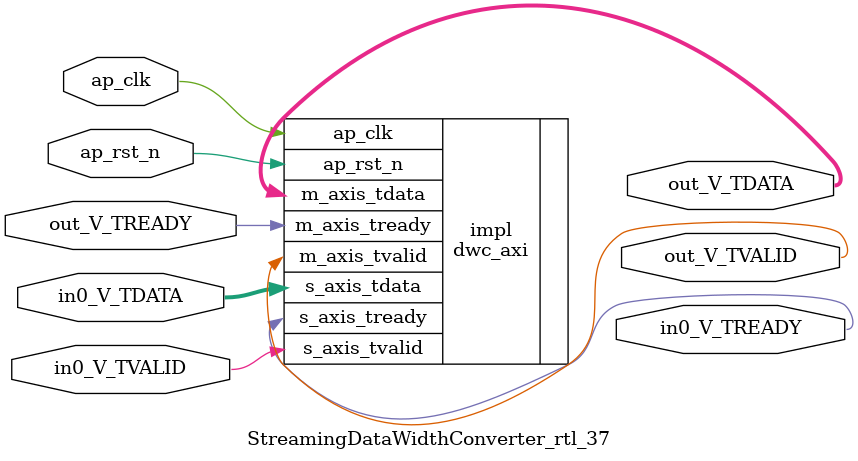
<source format=v>
/******************************************************************************
 * Copyright (C) 2023, Advanced Micro Devices, Inc.
 * All rights reserved.
 *
 * Redistribution and use in source and binary forms, with or without
 * modification, are permitted provided that the following conditions are met:
 *
 *  1. Redistributions of source code must retain the above copyright notice,
 *     this list of conditions and the following disclaimer.
 *
 *  2. Redistributions in binary form must reproduce the above copyright
 *     notice, this list of conditions and the following disclaimer in the
 *     documentation and/or other materials provided with the distribution.
 *
 *  3. Neither the name of the copyright holder nor the names of its
 *     contributors may be used to endorse or promote products derived from
 *     this software without specific prior written permission.
 *
 * THIS SOFTWARE IS PROVIDED BY THE COPYRIGHT HOLDERS AND CONTRIBUTORS "AS IS"
 * AND ANY EXPRESS OR IMPLIED WARRANTIES, INCLUDING, BUT NOT LIMITED TO,
 * THE IMPLIED WARRANTIES OF MERCHANTABILITY AND FITNESS FOR A PARTICULAR
 * PURPOSE ARE DISCLAIMED. IN NO EVENT SHALL THE COPYRIGHT HOLDER OR
 * CONTRIBUTORS BE LIABLE FOR ANY DIRECT, INDIRECT, INCIDENTAL, SPECIAL,
 * EXEMPLARY, OR CONSEQUENTIAL DAMAGES (INCLUDING, BUT NOT LIMITED TO,
 * PROCUREMENT OF SUBSTITUTE GOODS OR SERVICES; LOSS OF USE, DATA, OR PROFITS;
 * OR BUSINESS INTERRUPTION). HOWEVER CAUSED AND ON ANY THEORY OF LIABILITY,
 * WHETHER IN CONTRACT, STRICT LIABILITY, OR TORT (INCLUDING NEGLIGENCE OR
 * OTHERWISE) ARISING IN ANY WAY OUT OF THE USE OF THIS SOFTWARE, EVEN IF
 * ADVISED OF THE POSSIBILITY OF SUCH DAMAGE.
 *****************************************************************************/

module StreamingDataWidthConverter_rtl_37 #(
	parameter  IBITS = 5,
	parameter  OBITS = 45,

	parameter  AXI_IBITS = (IBITS+7)/8 * 8,
	parameter  AXI_OBITS = (OBITS+7)/8 * 8
)(
	//- Global Control ------------------
	(* X_INTERFACE_INFO = "xilinx.com:signal:clock:1.0 ap_clk CLK" *)
	(* X_INTERFACE_PARAMETER = "ASSOCIATED_BUSIF in0_V:out_V, ASSOCIATED_RESET ap_rst_n" *)
	input	ap_clk,
	(* X_INTERFACE_PARAMETER = "POLARITY ACTIVE_LOW" *)
	input	ap_rst_n,

	//- AXI Stream - Input --------------
	output	in0_V_TREADY,
	input	in0_V_TVALID,
	input	[AXI_IBITS-1:0]  in0_V_TDATA,

	//- AXI Stream - Output -------------
	input	out_V_TREADY,
	output	out_V_TVALID,
	output	[AXI_OBITS-1:0]  out_V_TDATA
);

	dwc_axi #(
		.IBITS(IBITS),
		.OBITS(OBITS)
	) impl (
		.ap_clk(ap_clk),
		.ap_rst_n(ap_rst_n),
		.s_axis_tready(in0_V_TREADY),
		.s_axis_tvalid(in0_V_TVALID),
		.s_axis_tdata(in0_V_TDATA),
		.m_axis_tready(out_V_TREADY),
		.m_axis_tvalid(out_V_TVALID),
		.m_axis_tdata(out_V_TDATA)
	);

endmodule

</source>
